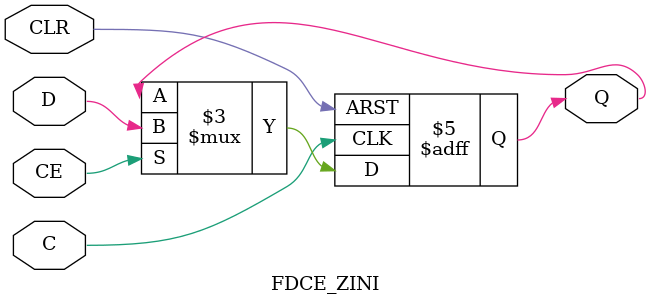
<source format=v>
module FDCE_ZINI (output reg Q, input C, CE, D, CLR);
  parameter [0:0] ZINI = 1'b0;
  parameter [0:0] IS_C_INVERTED = 1'b0;
  initial Q <= !ZINI;
  generate case (|IS_C_INVERTED)
    1'b0: always @(posedge C, posedge CLR) if (CLR) Q <= 1'b0; else if (CE) Q <= D;
    1'b1: always @(negedge C, posedge CLR) if (CLR) Q <= 1'b0; else if (CE) Q <= D;
  endcase endgenerate
endmodule
</source>
